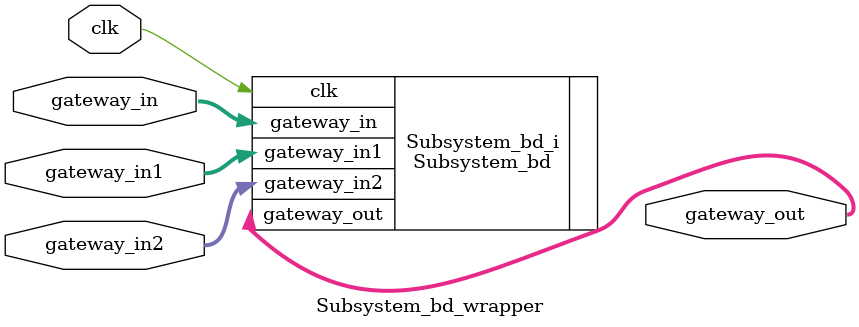
<source format=v>
`timescale 1 ps / 1 ps

module Subsystem_bd_wrapper
   (clk,
    gateway_in,
    gateway_in1,
    gateway_in2,
    gateway_out);
  input clk;
  input [9:0]gateway_in;
  input [9:0]gateway_in1;
  input [9:0]gateway_in2;
  output [23:0]gateway_out;

  wire clk;
  wire [9:0]gateway_in;
  wire [9:0]gateway_in1;
  wire [9:0]gateway_in2;
  wire [23:0]gateway_out;

  Subsystem_bd Subsystem_bd_i
       (.clk(clk),
        .gateway_in(gateway_in),
        .gateway_in1(gateway_in1),
        .gateway_in2(gateway_in2),
        .gateway_out(gateway_out));
endmodule

</source>
